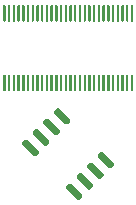
<source format=gbp>
G04 #@! TF.GenerationSoftware,KiCad,Pcbnew,5.1.9-1.fc33*
G04 #@! TF.CreationDate,2021-05-01T23:08:35+02:00*
G04 #@! TF.ProjectId,reDIP-SX,72654449-502d-4535-982e-6b696361645f,0.2*
G04 #@! TF.SameCoordinates,PX5e28010PY8011a50*
G04 #@! TF.FileFunction,Paste,Bot*
G04 #@! TF.FilePolarity,Positive*
%FSLAX46Y46*%
G04 Gerber Fmt 4.6, Leading zero omitted, Abs format (unit mm)*
G04 Created by KiCad (PCBNEW 5.1.9-1.fc33) date 2021-05-01 23:08:35*
%MOMM*%
%LPD*%
G01*
G04 APERTURE LIST*
G04 APERTURE END LIST*
G04 #@! TO.C,U10*
G36*
G01*
X3590000Y17360000D02*
X3590000Y16060000D01*
G75*
G02*
X3540000Y16010000I-50000J0D01*
G01*
X3440000Y16010000D01*
G75*
G02*
X3390000Y16060000I0J50000D01*
G01*
X3390000Y17360000D01*
G75*
G02*
X3440000Y17410000I50000J0D01*
G01*
X3540000Y17410000D01*
G75*
G02*
X3590000Y17360000I0J-50000D01*
G01*
G37*
G36*
G01*
X3590000Y23260000D02*
X3590000Y21960000D01*
G75*
G02*
X3540000Y21910000I-50000J0D01*
G01*
X3440000Y21910000D01*
G75*
G02*
X3390000Y21960000I0J50000D01*
G01*
X3390000Y23260000D01*
G75*
G02*
X3440000Y23310000I50000J0D01*
G01*
X3540000Y23310000D01*
G75*
G02*
X3590000Y23260000I0J-50000D01*
G01*
G37*
G36*
G01*
X3990000Y17360000D02*
X3990000Y16060000D01*
G75*
G02*
X3940000Y16010000I-50000J0D01*
G01*
X3840000Y16010000D01*
G75*
G02*
X3790000Y16060000I0J50000D01*
G01*
X3790000Y17360000D01*
G75*
G02*
X3840000Y17410000I50000J0D01*
G01*
X3940000Y17410000D01*
G75*
G02*
X3990000Y17360000I0J-50000D01*
G01*
G37*
G36*
G01*
X3990000Y23260000D02*
X3990000Y21960000D01*
G75*
G02*
X3940000Y21910000I-50000J0D01*
G01*
X3840000Y21910000D01*
G75*
G02*
X3790000Y21960000I0J50000D01*
G01*
X3790000Y23260000D01*
G75*
G02*
X3840000Y23310000I50000J0D01*
G01*
X3940000Y23310000D01*
G75*
G02*
X3990000Y23260000I0J-50000D01*
G01*
G37*
G36*
G01*
X4390000Y17360000D02*
X4390000Y16060000D01*
G75*
G02*
X4340000Y16010000I-50000J0D01*
G01*
X4240000Y16010000D01*
G75*
G02*
X4190000Y16060000I0J50000D01*
G01*
X4190000Y17360000D01*
G75*
G02*
X4240000Y17410000I50000J0D01*
G01*
X4340000Y17410000D01*
G75*
G02*
X4390000Y17360000I0J-50000D01*
G01*
G37*
G36*
G01*
X4390000Y23260000D02*
X4390000Y21960000D01*
G75*
G02*
X4340000Y21910000I-50000J0D01*
G01*
X4240000Y21910000D01*
G75*
G02*
X4190000Y21960000I0J50000D01*
G01*
X4190000Y23260000D01*
G75*
G02*
X4240000Y23310000I50000J0D01*
G01*
X4340000Y23310000D01*
G75*
G02*
X4390000Y23260000I0J-50000D01*
G01*
G37*
G36*
G01*
X4790000Y17360000D02*
X4790000Y16060000D01*
G75*
G02*
X4740000Y16010000I-50000J0D01*
G01*
X4640000Y16010000D01*
G75*
G02*
X4590000Y16060000I0J50000D01*
G01*
X4590000Y17360000D01*
G75*
G02*
X4640000Y17410000I50000J0D01*
G01*
X4740000Y17410000D01*
G75*
G02*
X4790000Y17360000I0J-50000D01*
G01*
G37*
G36*
G01*
X4790000Y23260000D02*
X4790000Y21960000D01*
G75*
G02*
X4740000Y21910000I-50000J0D01*
G01*
X4640000Y21910000D01*
G75*
G02*
X4590000Y21960000I0J50000D01*
G01*
X4590000Y23260000D01*
G75*
G02*
X4640000Y23310000I50000J0D01*
G01*
X4740000Y23310000D01*
G75*
G02*
X4790000Y23260000I0J-50000D01*
G01*
G37*
G36*
G01*
X5190000Y17360000D02*
X5190000Y16060000D01*
G75*
G02*
X5140000Y16010000I-50000J0D01*
G01*
X5040000Y16010000D01*
G75*
G02*
X4990000Y16060000I0J50000D01*
G01*
X4990000Y17360000D01*
G75*
G02*
X5040000Y17410000I50000J0D01*
G01*
X5140000Y17410000D01*
G75*
G02*
X5190000Y17360000I0J-50000D01*
G01*
G37*
G36*
G01*
X5190000Y23260000D02*
X5190000Y21960000D01*
G75*
G02*
X5140000Y21910000I-50000J0D01*
G01*
X5040000Y21910000D01*
G75*
G02*
X4990000Y21960000I0J50000D01*
G01*
X4990000Y23260000D01*
G75*
G02*
X5040000Y23310000I50000J0D01*
G01*
X5140000Y23310000D01*
G75*
G02*
X5190000Y23260000I0J-50000D01*
G01*
G37*
G36*
G01*
X5590000Y17360000D02*
X5590000Y16060000D01*
G75*
G02*
X5540000Y16010000I-50000J0D01*
G01*
X5440000Y16010000D01*
G75*
G02*
X5390000Y16060000I0J50000D01*
G01*
X5390000Y17360000D01*
G75*
G02*
X5440000Y17410000I50000J0D01*
G01*
X5540000Y17410000D01*
G75*
G02*
X5590000Y17360000I0J-50000D01*
G01*
G37*
G36*
G01*
X5590000Y23260000D02*
X5590000Y21960000D01*
G75*
G02*
X5540000Y21910000I-50000J0D01*
G01*
X5440000Y21910000D01*
G75*
G02*
X5390000Y21960000I0J50000D01*
G01*
X5390000Y23260000D01*
G75*
G02*
X5440000Y23310000I50000J0D01*
G01*
X5540000Y23310000D01*
G75*
G02*
X5590000Y23260000I0J-50000D01*
G01*
G37*
G36*
G01*
X5990000Y17360000D02*
X5990000Y16060000D01*
G75*
G02*
X5940000Y16010000I-50000J0D01*
G01*
X5840000Y16010000D01*
G75*
G02*
X5790000Y16060000I0J50000D01*
G01*
X5790000Y17360000D01*
G75*
G02*
X5840000Y17410000I50000J0D01*
G01*
X5940000Y17410000D01*
G75*
G02*
X5990000Y17360000I0J-50000D01*
G01*
G37*
G36*
G01*
X5990000Y23260000D02*
X5990000Y21960000D01*
G75*
G02*
X5940000Y21910000I-50000J0D01*
G01*
X5840000Y21910000D01*
G75*
G02*
X5790000Y21960000I0J50000D01*
G01*
X5790000Y23260000D01*
G75*
G02*
X5840000Y23310000I50000J0D01*
G01*
X5940000Y23310000D01*
G75*
G02*
X5990000Y23260000I0J-50000D01*
G01*
G37*
G36*
G01*
X6390000Y17360000D02*
X6390000Y16060000D01*
G75*
G02*
X6340000Y16010000I-50000J0D01*
G01*
X6240000Y16010000D01*
G75*
G02*
X6190000Y16060000I0J50000D01*
G01*
X6190000Y17360000D01*
G75*
G02*
X6240000Y17410000I50000J0D01*
G01*
X6340000Y17410000D01*
G75*
G02*
X6390000Y17360000I0J-50000D01*
G01*
G37*
G36*
G01*
X6390000Y23260000D02*
X6390000Y21960000D01*
G75*
G02*
X6340000Y21910000I-50000J0D01*
G01*
X6240000Y21910000D01*
G75*
G02*
X6190000Y21960000I0J50000D01*
G01*
X6190000Y23260000D01*
G75*
G02*
X6240000Y23310000I50000J0D01*
G01*
X6340000Y23310000D01*
G75*
G02*
X6390000Y23260000I0J-50000D01*
G01*
G37*
G36*
G01*
X6790000Y17360000D02*
X6790000Y16060000D01*
G75*
G02*
X6740000Y16010000I-50000J0D01*
G01*
X6640000Y16010000D01*
G75*
G02*
X6590000Y16060000I0J50000D01*
G01*
X6590000Y17360000D01*
G75*
G02*
X6640000Y17410000I50000J0D01*
G01*
X6740000Y17410000D01*
G75*
G02*
X6790000Y17360000I0J-50000D01*
G01*
G37*
G36*
G01*
X6790000Y23260000D02*
X6790000Y21960000D01*
G75*
G02*
X6740000Y21910000I-50000J0D01*
G01*
X6640000Y21910000D01*
G75*
G02*
X6590000Y21960000I0J50000D01*
G01*
X6590000Y23260000D01*
G75*
G02*
X6640000Y23310000I50000J0D01*
G01*
X6740000Y23310000D01*
G75*
G02*
X6790000Y23260000I0J-50000D01*
G01*
G37*
G36*
G01*
X7190000Y17360000D02*
X7190000Y16060000D01*
G75*
G02*
X7140000Y16010000I-50000J0D01*
G01*
X7040000Y16010000D01*
G75*
G02*
X6990000Y16060000I0J50000D01*
G01*
X6990000Y17360000D01*
G75*
G02*
X7040000Y17410000I50000J0D01*
G01*
X7140000Y17410000D01*
G75*
G02*
X7190000Y17360000I0J-50000D01*
G01*
G37*
G36*
G01*
X7190000Y23260000D02*
X7190000Y21960000D01*
G75*
G02*
X7140000Y21910000I-50000J0D01*
G01*
X7040000Y21910000D01*
G75*
G02*
X6990000Y21960000I0J50000D01*
G01*
X6990000Y23260000D01*
G75*
G02*
X7040000Y23310000I50000J0D01*
G01*
X7140000Y23310000D01*
G75*
G02*
X7190000Y23260000I0J-50000D01*
G01*
G37*
G36*
G01*
X7590000Y17360000D02*
X7590000Y16060000D01*
G75*
G02*
X7540000Y16010000I-50000J0D01*
G01*
X7440000Y16010000D01*
G75*
G02*
X7390000Y16060000I0J50000D01*
G01*
X7390000Y17360000D01*
G75*
G02*
X7440000Y17410000I50000J0D01*
G01*
X7540000Y17410000D01*
G75*
G02*
X7590000Y17360000I0J-50000D01*
G01*
G37*
G36*
G01*
X7590000Y23260000D02*
X7590000Y21960000D01*
G75*
G02*
X7540000Y21910000I-50000J0D01*
G01*
X7440000Y21910000D01*
G75*
G02*
X7390000Y21960000I0J50000D01*
G01*
X7390000Y23260000D01*
G75*
G02*
X7440000Y23310000I50000J0D01*
G01*
X7540000Y23310000D01*
G75*
G02*
X7590000Y23260000I0J-50000D01*
G01*
G37*
G36*
G01*
X7990000Y17360000D02*
X7990000Y16060000D01*
G75*
G02*
X7940000Y16010000I-50000J0D01*
G01*
X7840000Y16010000D01*
G75*
G02*
X7790000Y16060000I0J50000D01*
G01*
X7790000Y17360000D01*
G75*
G02*
X7840000Y17410000I50000J0D01*
G01*
X7940000Y17410000D01*
G75*
G02*
X7990000Y17360000I0J-50000D01*
G01*
G37*
G36*
G01*
X7990000Y23260000D02*
X7990000Y21960000D01*
G75*
G02*
X7940000Y21910000I-50000J0D01*
G01*
X7840000Y21910000D01*
G75*
G02*
X7790000Y21960000I0J50000D01*
G01*
X7790000Y23260000D01*
G75*
G02*
X7840000Y23310000I50000J0D01*
G01*
X7940000Y23310000D01*
G75*
G02*
X7990000Y23260000I0J-50000D01*
G01*
G37*
G36*
G01*
X8390000Y17360000D02*
X8390000Y16060000D01*
G75*
G02*
X8340000Y16010000I-50000J0D01*
G01*
X8240000Y16010000D01*
G75*
G02*
X8190000Y16060000I0J50000D01*
G01*
X8190000Y17360000D01*
G75*
G02*
X8240000Y17410000I50000J0D01*
G01*
X8340000Y17410000D01*
G75*
G02*
X8390000Y17360000I0J-50000D01*
G01*
G37*
G36*
G01*
X8390000Y23260000D02*
X8390000Y21960000D01*
G75*
G02*
X8340000Y21910000I-50000J0D01*
G01*
X8240000Y21910000D01*
G75*
G02*
X8190000Y21960000I0J50000D01*
G01*
X8190000Y23260000D01*
G75*
G02*
X8240000Y23310000I50000J0D01*
G01*
X8340000Y23310000D01*
G75*
G02*
X8390000Y23260000I0J-50000D01*
G01*
G37*
G36*
G01*
X8790000Y17360000D02*
X8790000Y16060000D01*
G75*
G02*
X8740000Y16010000I-50000J0D01*
G01*
X8640000Y16010000D01*
G75*
G02*
X8590000Y16060000I0J50000D01*
G01*
X8590000Y17360000D01*
G75*
G02*
X8640000Y17410000I50000J0D01*
G01*
X8740000Y17410000D01*
G75*
G02*
X8790000Y17360000I0J-50000D01*
G01*
G37*
G36*
G01*
X8790000Y23260000D02*
X8790000Y21960000D01*
G75*
G02*
X8740000Y21910000I-50000J0D01*
G01*
X8640000Y21910000D01*
G75*
G02*
X8590000Y21960000I0J50000D01*
G01*
X8590000Y23260000D01*
G75*
G02*
X8640000Y23310000I50000J0D01*
G01*
X8740000Y23310000D01*
G75*
G02*
X8790000Y23260000I0J-50000D01*
G01*
G37*
G36*
G01*
X9190000Y17360000D02*
X9190000Y16060000D01*
G75*
G02*
X9140000Y16010000I-50000J0D01*
G01*
X9040000Y16010000D01*
G75*
G02*
X8990000Y16060000I0J50000D01*
G01*
X8990000Y17360000D01*
G75*
G02*
X9040000Y17410000I50000J0D01*
G01*
X9140000Y17410000D01*
G75*
G02*
X9190000Y17360000I0J-50000D01*
G01*
G37*
G36*
G01*
X9190000Y23260000D02*
X9190000Y21960000D01*
G75*
G02*
X9140000Y21910000I-50000J0D01*
G01*
X9040000Y21910000D01*
G75*
G02*
X8990000Y21960000I0J50000D01*
G01*
X8990000Y23260000D01*
G75*
G02*
X9040000Y23310000I50000J0D01*
G01*
X9140000Y23310000D01*
G75*
G02*
X9190000Y23260000I0J-50000D01*
G01*
G37*
G36*
G01*
X9590000Y17360000D02*
X9590000Y16060000D01*
G75*
G02*
X9540000Y16010000I-50000J0D01*
G01*
X9440000Y16010000D01*
G75*
G02*
X9390000Y16060000I0J50000D01*
G01*
X9390000Y17360000D01*
G75*
G02*
X9440000Y17410000I50000J0D01*
G01*
X9540000Y17410000D01*
G75*
G02*
X9590000Y17360000I0J-50000D01*
G01*
G37*
G36*
G01*
X9590000Y23260000D02*
X9590000Y21960000D01*
G75*
G02*
X9540000Y21910000I-50000J0D01*
G01*
X9440000Y21910000D01*
G75*
G02*
X9390000Y21960000I0J50000D01*
G01*
X9390000Y23260000D01*
G75*
G02*
X9440000Y23310000I50000J0D01*
G01*
X9540000Y23310000D01*
G75*
G02*
X9590000Y23260000I0J-50000D01*
G01*
G37*
G36*
G01*
X9990000Y17360000D02*
X9990000Y16060000D01*
G75*
G02*
X9940000Y16010000I-50000J0D01*
G01*
X9840000Y16010000D01*
G75*
G02*
X9790000Y16060000I0J50000D01*
G01*
X9790000Y17360000D01*
G75*
G02*
X9840000Y17410000I50000J0D01*
G01*
X9940000Y17410000D01*
G75*
G02*
X9990000Y17360000I0J-50000D01*
G01*
G37*
G36*
G01*
X9990000Y23260000D02*
X9990000Y21960000D01*
G75*
G02*
X9940000Y21910000I-50000J0D01*
G01*
X9840000Y21910000D01*
G75*
G02*
X9790000Y21960000I0J50000D01*
G01*
X9790000Y23260000D01*
G75*
G02*
X9840000Y23310000I50000J0D01*
G01*
X9940000Y23310000D01*
G75*
G02*
X9990000Y23260000I0J-50000D01*
G01*
G37*
G36*
G01*
X10390000Y17360000D02*
X10390000Y16060000D01*
G75*
G02*
X10340000Y16010000I-50000J0D01*
G01*
X10240000Y16010000D01*
G75*
G02*
X10190000Y16060000I0J50000D01*
G01*
X10190000Y17360000D01*
G75*
G02*
X10240000Y17410000I50000J0D01*
G01*
X10340000Y17410000D01*
G75*
G02*
X10390000Y17360000I0J-50000D01*
G01*
G37*
G36*
G01*
X10390000Y23260000D02*
X10390000Y21960000D01*
G75*
G02*
X10340000Y21910000I-50000J0D01*
G01*
X10240000Y21910000D01*
G75*
G02*
X10190000Y21960000I0J50000D01*
G01*
X10190000Y23260000D01*
G75*
G02*
X10240000Y23310000I50000J0D01*
G01*
X10340000Y23310000D01*
G75*
G02*
X10390000Y23260000I0J-50000D01*
G01*
G37*
G36*
G01*
X10790000Y17360000D02*
X10790000Y16060000D01*
G75*
G02*
X10740000Y16010000I-50000J0D01*
G01*
X10640000Y16010000D01*
G75*
G02*
X10590000Y16060000I0J50000D01*
G01*
X10590000Y17360000D01*
G75*
G02*
X10640000Y17410000I50000J0D01*
G01*
X10740000Y17410000D01*
G75*
G02*
X10790000Y17360000I0J-50000D01*
G01*
G37*
G36*
G01*
X10790000Y23260000D02*
X10790000Y21960000D01*
G75*
G02*
X10740000Y21910000I-50000J0D01*
G01*
X10640000Y21910000D01*
G75*
G02*
X10590000Y21960000I0J50000D01*
G01*
X10590000Y23260000D01*
G75*
G02*
X10640000Y23310000I50000J0D01*
G01*
X10740000Y23310000D01*
G75*
G02*
X10790000Y23260000I0J-50000D01*
G01*
G37*
G36*
G01*
X11190000Y17360000D02*
X11190000Y16060000D01*
G75*
G02*
X11140000Y16010000I-50000J0D01*
G01*
X11040000Y16010000D01*
G75*
G02*
X10990000Y16060000I0J50000D01*
G01*
X10990000Y17360000D01*
G75*
G02*
X11040000Y17410000I50000J0D01*
G01*
X11140000Y17410000D01*
G75*
G02*
X11190000Y17360000I0J-50000D01*
G01*
G37*
G36*
G01*
X11190000Y23260000D02*
X11190000Y21960000D01*
G75*
G02*
X11140000Y21910000I-50000J0D01*
G01*
X11040000Y21910000D01*
G75*
G02*
X10990000Y21960000I0J50000D01*
G01*
X10990000Y23260000D01*
G75*
G02*
X11040000Y23310000I50000J0D01*
G01*
X11140000Y23310000D01*
G75*
G02*
X11190000Y23260000I0J-50000D01*
G01*
G37*
G36*
G01*
X11590000Y17360000D02*
X11590000Y16060000D01*
G75*
G02*
X11540000Y16010000I-50000J0D01*
G01*
X11440000Y16010000D01*
G75*
G02*
X11390000Y16060000I0J50000D01*
G01*
X11390000Y17360000D01*
G75*
G02*
X11440000Y17410000I50000J0D01*
G01*
X11540000Y17410000D01*
G75*
G02*
X11590000Y17360000I0J-50000D01*
G01*
G37*
G36*
G01*
X11590000Y23260000D02*
X11590000Y21960000D01*
G75*
G02*
X11540000Y21910000I-50000J0D01*
G01*
X11440000Y21910000D01*
G75*
G02*
X11390000Y21960000I0J50000D01*
G01*
X11390000Y23260000D01*
G75*
G02*
X11440000Y23310000I50000J0D01*
G01*
X11540000Y23310000D01*
G75*
G02*
X11590000Y23260000I0J-50000D01*
G01*
G37*
G36*
G01*
X11990000Y17360000D02*
X11990000Y16060000D01*
G75*
G02*
X11940000Y16010000I-50000J0D01*
G01*
X11840000Y16010000D01*
G75*
G02*
X11790000Y16060000I0J50000D01*
G01*
X11790000Y17360000D01*
G75*
G02*
X11840000Y17410000I50000J0D01*
G01*
X11940000Y17410000D01*
G75*
G02*
X11990000Y17360000I0J-50000D01*
G01*
G37*
G36*
G01*
X11990000Y23260000D02*
X11990000Y21960000D01*
G75*
G02*
X11940000Y21910000I-50000J0D01*
G01*
X11840000Y21910000D01*
G75*
G02*
X11790000Y21960000I0J50000D01*
G01*
X11790000Y23260000D01*
G75*
G02*
X11840000Y23310000I50000J0D01*
G01*
X11940000Y23310000D01*
G75*
G02*
X11990000Y23260000I0J-50000D01*
G01*
G37*
G36*
G01*
X12390000Y17360000D02*
X12390000Y16060000D01*
G75*
G02*
X12340000Y16010000I-50000J0D01*
G01*
X12240000Y16010000D01*
G75*
G02*
X12190000Y16060000I0J50000D01*
G01*
X12190000Y17360000D01*
G75*
G02*
X12240000Y17410000I50000J0D01*
G01*
X12340000Y17410000D01*
G75*
G02*
X12390000Y17360000I0J-50000D01*
G01*
G37*
G36*
G01*
X12390000Y23260000D02*
X12390000Y21960000D01*
G75*
G02*
X12340000Y21910000I-50000J0D01*
G01*
X12240000Y21910000D01*
G75*
G02*
X12190000Y21960000I0J50000D01*
G01*
X12190000Y23260000D01*
G75*
G02*
X12240000Y23310000I50000J0D01*
G01*
X12340000Y23310000D01*
G75*
G02*
X12390000Y23260000I0J-50000D01*
G01*
G37*
G36*
G01*
X12790000Y17360000D02*
X12790000Y16060000D01*
G75*
G02*
X12740000Y16010000I-50000J0D01*
G01*
X12640000Y16010000D01*
G75*
G02*
X12590000Y16060000I0J50000D01*
G01*
X12590000Y17360000D01*
G75*
G02*
X12640000Y17410000I50000J0D01*
G01*
X12740000Y17410000D01*
G75*
G02*
X12790000Y17360000I0J-50000D01*
G01*
G37*
G36*
G01*
X12790000Y23260000D02*
X12790000Y21960000D01*
G75*
G02*
X12740000Y21910000I-50000J0D01*
G01*
X12640000Y21910000D01*
G75*
G02*
X12590000Y21960000I0J50000D01*
G01*
X12590000Y23260000D01*
G75*
G02*
X12640000Y23310000I50000J0D01*
G01*
X12740000Y23310000D01*
G75*
G02*
X12790000Y23260000I0J-50000D01*
G01*
G37*
G36*
G01*
X13190000Y17360000D02*
X13190000Y16060000D01*
G75*
G02*
X13140000Y16010000I-50000J0D01*
G01*
X13040000Y16010000D01*
G75*
G02*
X12990000Y16060000I0J50000D01*
G01*
X12990000Y17360000D01*
G75*
G02*
X13040000Y17410000I50000J0D01*
G01*
X13140000Y17410000D01*
G75*
G02*
X13190000Y17360000I0J-50000D01*
G01*
G37*
G36*
G01*
X13190000Y23260000D02*
X13190000Y21960000D01*
G75*
G02*
X13140000Y21910000I-50000J0D01*
G01*
X13040000Y21910000D01*
G75*
G02*
X12990000Y21960000I0J50000D01*
G01*
X12990000Y23260000D01*
G75*
G02*
X13040000Y23310000I50000J0D01*
G01*
X13140000Y23310000D01*
G75*
G02*
X13190000Y23260000I0J-50000D01*
G01*
G37*
G36*
G01*
X13590000Y17360000D02*
X13590000Y16060000D01*
G75*
G02*
X13540000Y16010000I-50000J0D01*
G01*
X13440000Y16010000D01*
G75*
G02*
X13390000Y16060000I0J50000D01*
G01*
X13390000Y17360000D01*
G75*
G02*
X13440000Y17410000I50000J0D01*
G01*
X13540000Y17410000D01*
G75*
G02*
X13590000Y17360000I0J-50000D01*
G01*
G37*
G36*
G01*
X13590000Y23260000D02*
X13590000Y21960000D01*
G75*
G02*
X13540000Y21910000I-50000J0D01*
G01*
X13440000Y21910000D01*
G75*
G02*
X13390000Y21960000I0J50000D01*
G01*
X13390000Y23260000D01*
G75*
G02*
X13440000Y23310000I50000J0D01*
G01*
X13540000Y23310000D01*
G75*
G02*
X13590000Y23260000I0J-50000D01*
G01*
G37*
G36*
G01*
X13990000Y17360000D02*
X13990000Y16060000D01*
G75*
G02*
X13940000Y16010000I-50000J0D01*
G01*
X13840000Y16010000D01*
G75*
G02*
X13790000Y16060000I0J50000D01*
G01*
X13790000Y17360000D01*
G75*
G02*
X13840000Y17410000I50000J0D01*
G01*
X13940000Y17410000D01*
G75*
G02*
X13990000Y17360000I0J-50000D01*
G01*
G37*
G36*
G01*
X13990000Y23260000D02*
X13990000Y21960000D01*
G75*
G02*
X13940000Y21910000I-50000J0D01*
G01*
X13840000Y21910000D01*
G75*
G02*
X13790000Y21960000I0J50000D01*
G01*
X13790000Y23260000D01*
G75*
G02*
X13840000Y23310000I50000J0D01*
G01*
X13940000Y23310000D01*
G75*
G02*
X13990000Y23260000I0J-50000D01*
G01*
G37*
G36*
G01*
X14390000Y17360000D02*
X14390000Y16060000D01*
G75*
G02*
X14340000Y16010000I-50000J0D01*
G01*
X14240000Y16010000D01*
G75*
G02*
X14190000Y16060000I0J50000D01*
G01*
X14190000Y17360000D01*
G75*
G02*
X14240000Y17410000I50000J0D01*
G01*
X14340000Y17410000D01*
G75*
G02*
X14390000Y17360000I0J-50000D01*
G01*
G37*
G36*
G01*
X14390000Y23260000D02*
X14390000Y21960000D01*
G75*
G02*
X14340000Y21910000I-50000J0D01*
G01*
X14240000Y21910000D01*
G75*
G02*
X14190000Y21960000I0J50000D01*
G01*
X14190000Y23260000D01*
G75*
G02*
X14240000Y23310000I50000J0D01*
G01*
X14340000Y23310000D01*
G75*
G02*
X14390000Y23260000I0J-50000D01*
G01*
G37*
G04 #@! TD*
G04 #@! TO.C,U9*
G36*
G01*
X8709688Y7964103D02*
X8921820Y8176235D01*
G75*
G02*
X9133952Y8176235I106066J-106066D01*
G01*
X10088546Y7221641D01*
G75*
G02*
X10088546Y7009509I-106066J-106066D01*
G01*
X9876414Y6797377D01*
G75*
G02*
X9664282Y6797377I-106066J106066D01*
G01*
X8709688Y7751971D01*
G75*
G02*
X8709688Y7964103I106066J106066D01*
G01*
G37*
G36*
G01*
X9607713Y8862129D02*
X9819845Y9074261D01*
G75*
G02*
X10031977Y9074261I106066J-106066D01*
G01*
X10986571Y8119667D01*
G75*
G02*
X10986571Y7907535I-106066J-106066D01*
G01*
X10774439Y7695403D01*
G75*
G02*
X10562307Y7695403I-106066J106066D01*
G01*
X9607713Y8649997D01*
G75*
G02*
X9607713Y8862129I106066J106066D01*
G01*
G37*
G36*
G01*
X10505739Y9760155D02*
X10717871Y9972287D01*
G75*
G02*
X10930003Y9972287I106066J-106066D01*
G01*
X11884597Y9017693D01*
G75*
G02*
X11884597Y8805561I-106066J-106066D01*
G01*
X11672465Y8593429D01*
G75*
G02*
X11460333Y8593429I-106066J106066D01*
G01*
X10505739Y9548023D01*
G75*
G02*
X10505739Y9760155I106066J106066D01*
G01*
G37*
G36*
G01*
X11403765Y10658180D02*
X11615897Y10870312D01*
G75*
G02*
X11828029Y10870312I106066J-106066D01*
G01*
X12782623Y9915718D01*
G75*
G02*
X12782623Y9703586I-106066J-106066D01*
G01*
X12570491Y9491454D01*
G75*
G02*
X12358359Y9491454I-106066J106066D01*
G01*
X11403765Y10446048D01*
G75*
G02*
X11403765Y10658180I106066J106066D01*
G01*
G37*
G36*
G01*
X7691454Y14370491D02*
X7903586Y14582623D01*
G75*
G02*
X8115718Y14582623I106066J-106066D01*
G01*
X9070312Y13628029D01*
G75*
G02*
X9070312Y13415897I-106066J-106066D01*
G01*
X8858180Y13203765D01*
G75*
G02*
X8646048Y13203765I-106066J106066D01*
G01*
X7691454Y14158359D01*
G75*
G02*
X7691454Y14370491I106066J106066D01*
G01*
G37*
G36*
G01*
X6793429Y13472465D02*
X7005561Y13684597D01*
G75*
G02*
X7217693Y13684597I106066J-106066D01*
G01*
X8172287Y12730003D01*
G75*
G02*
X8172287Y12517871I-106066J-106066D01*
G01*
X7960155Y12305739D01*
G75*
G02*
X7748023Y12305739I-106066J106066D01*
G01*
X6793429Y13260333D01*
G75*
G02*
X6793429Y13472465I106066J106066D01*
G01*
G37*
G36*
G01*
X5895403Y12574439D02*
X6107535Y12786571D01*
G75*
G02*
X6319667Y12786571I106066J-106066D01*
G01*
X7274261Y11831977D01*
G75*
G02*
X7274261Y11619845I-106066J-106066D01*
G01*
X7062129Y11407713D01*
G75*
G02*
X6849997Y11407713I-106066J106066D01*
G01*
X5895403Y12362307D01*
G75*
G02*
X5895403Y12574439I106066J106066D01*
G01*
G37*
G36*
G01*
X4997377Y11676414D02*
X5209509Y11888546D01*
G75*
G02*
X5421641Y11888546I106066J-106066D01*
G01*
X6376235Y10933952D01*
G75*
G02*
X6376235Y10721820I-106066J-106066D01*
G01*
X6164103Y10509688D01*
G75*
G02*
X5951971Y10509688I-106066J106066D01*
G01*
X4997377Y11464282D01*
G75*
G02*
X4997377Y11676414I106066J106066D01*
G01*
G37*
G04 #@! TD*
M02*

</source>
